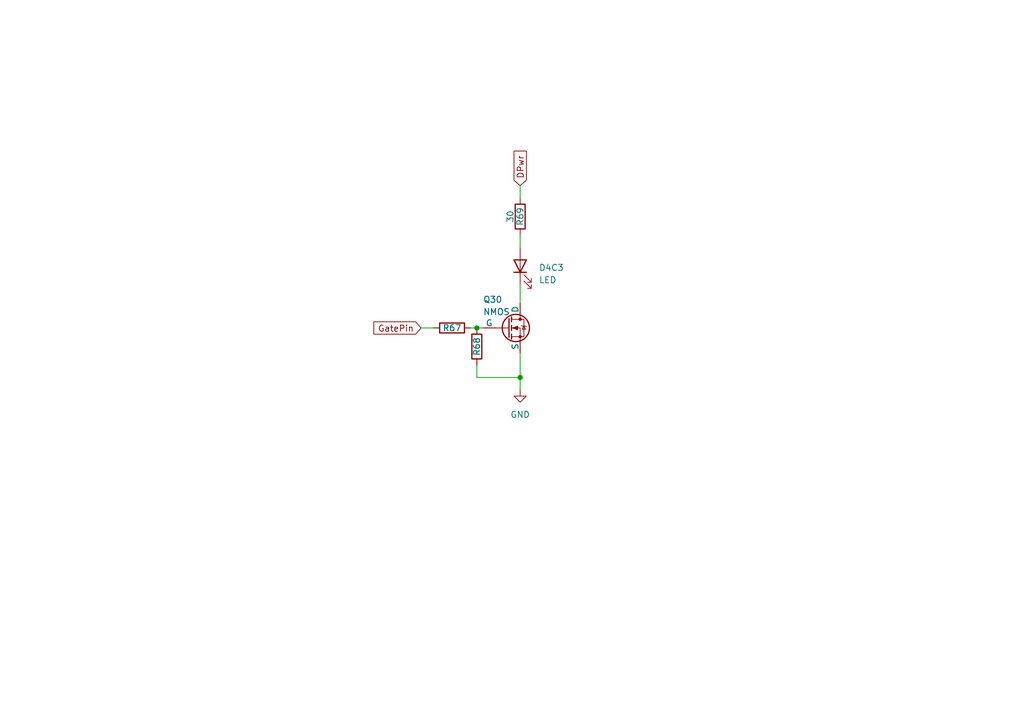
<source format=kicad_sch>
(kicad_sch
	(version 20231120)
	(generator "eeschema")
	(generator_version "8.0")
	(uuid "882c5cf3-c3bf-4cae-90e9-13da768298cf")
	(paper "A5")
	(lib_symbols
		(symbol "Device:LED"
			(pin_numbers hide)
			(pin_names
				(offset 1.016) hide)
			(exclude_from_sim no)
			(in_bom yes)
			(on_board yes)
			(property "Reference" "D"
				(at 0 2.54 0)
				(effects
					(font
						(size 1.27 1.27)
					)
				)
			)
			(property "Value" "LED"
				(at 0 -2.54 0)
				(effects
					(font
						(size 1.27 1.27)
					)
				)
			)
			(property "Footprint" ""
				(at 0 0 0)
				(effects
					(font
						(size 1.27 1.27)
					)
					(hide yes)
				)
			)
			(property "Datasheet" "~"
				(at 0 0 0)
				(effects
					(font
						(size 1.27 1.27)
					)
					(hide yes)
				)
			)
			(property "Description" "Light emitting diode"
				(at 0 0 0)
				(effects
					(font
						(size 1.27 1.27)
					)
					(hide yes)
				)
			)
			(property "ki_keywords" "LED diode"
				(at 0 0 0)
				(effects
					(font
						(size 1.27 1.27)
					)
					(hide yes)
				)
			)
			(property "ki_fp_filters" "LED* LED_SMD:* LED_THT:*"
				(at 0 0 0)
				(effects
					(font
						(size 1.27 1.27)
					)
					(hide yes)
				)
			)
			(symbol "LED_0_1"
				(polyline
					(pts
						(xy -1.27 -1.27) (xy -1.27 1.27)
					)
					(stroke
						(width 0.254)
						(type default)
					)
					(fill
						(type none)
					)
				)
				(polyline
					(pts
						(xy -1.27 0) (xy 1.27 0)
					)
					(stroke
						(width 0)
						(type default)
					)
					(fill
						(type none)
					)
				)
				(polyline
					(pts
						(xy 1.27 -1.27) (xy 1.27 1.27) (xy -1.27 0) (xy 1.27 -1.27)
					)
					(stroke
						(width 0.254)
						(type default)
					)
					(fill
						(type none)
					)
				)
				(polyline
					(pts
						(xy -3.048 -0.762) (xy -4.572 -2.286) (xy -3.81 -2.286) (xy -4.572 -2.286) (xy -4.572 -1.524)
					)
					(stroke
						(width 0)
						(type default)
					)
					(fill
						(type none)
					)
				)
				(polyline
					(pts
						(xy -1.778 -0.762) (xy -3.302 -2.286) (xy -2.54 -2.286) (xy -3.302 -2.286) (xy -3.302 -1.524)
					)
					(stroke
						(width 0)
						(type default)
					)
					(fill
						(type none)
					)
				)
			)
			(symbol "LED_1_1"
				(pin passive line
					(at -3.81 0 0)
					(length 2.54)
					(name "K"
						(effects
							(font
								(size 1.27 1.27)
							)
						)
					)
					(number "1"
						(effects
							(font
								(size 1.27 1.27)
							)
						)
					)
				)
				(pin passive line
					(at 3.81 0 180)
					(length 2.54)
					(name "A"
						(effects
							(font
								(size 1.27 1.27)
							)
						)
					)
					(number "2"
						(effects
							(font
								(size 1.27 1.27)
							)
						)
					)
				)
			)
		)
		(symbol "Device:R"
			(pin_numbers hide)
			(pin_names
				(offset 0)
			)
			(exclude_from_sim no)
			(in_bom yes)
			(on_board yes)
			(property "Reference" "R"
				(at 2.032 0 90)
				(effects
					(font
						(size 1.27 1.27)
					)
				)
			)
			(property "Value" "R"
				(at 0 0 90)
				(effects
					(font
						(size 1.27 1.27)
					)
				)
			)
			(property "Footprint" ""
				(at -1.778 0 90)
				(effects
					(font
						(size 1.27 1.27)
					)
					(hide yes)
				)
			)
			(property "Datasheet" "~"
				(at 0 0 0)
				(effects
					(font
						(size 1.27 1.27)
					)
					(hide yes)
				)
			)
			(property "Description" "Resistor"
				(at 0 0 0)
				(effects
					(font
						(size 1.27 1.27)
					)
					(hide yes)
				)
			)
			(property "ki_keywords" "R res resistor"
				(at 0 0 0)
				(effects
					(font
						(size 1.27 1.27)
					)
					(hide yes)
				)
			)
			(property "ki_fp_filters" "R_*"
				(at 0 0 0)
				(effects
					(font
						(size 1.27 1.27)
					)
					(hide yes)
				)
			)
			(symbol "R_0_1"
				(rectangle
					(start -1.016 -2.54)
					(end 1.016 2.54)
					(stroke
						(width 0.254)
						(type default)
					)
					(fill
						(type none)
					)
				)
			)
			(symbol "R_1_1"
				(pin passive line
					(at 0 3.81 270)
					(length 1.27)
					(name "~"
						(effects
							(font
								(size 1.27 1.27)
							)
						)
					)
					(number "1"
						(effects
							(font
								(size 1.27 1.27)
							)
						)
					)
				)
				(pin passive line
					(at 0 -3.81 90)
					(length 1.27)
					(name "~"
						(effects
							(font
								(size 1.27 1.27)
							)
						)
					)
					(number "2"
						(effects
							(font
								(size 1.27 1.27)
							)
						)
					)
				)
			)
		)
		(symbol "Simulation_SPICE:NMOS"
			(pin_numbers hide)
			(pin_names
				(offset 0)
			)
			(exclude_from_sim no)
			(in_bom yes)
			(on_board yes)
			(property "Reference" "Q"
				(at 5.08 1.27 0)
				(effects
					(font
						(size 1.27 1.27)
					)
					(justify left)
				)
			)
			(property "Value" "NMOS"
				(at 5.08 -1.27 0)
				(effects
					(font
						(size 1.27 1.27)
					)
					(justify left)
				)
			)
			(property "Footprint" ""
				(at 5.08 2.54 0)
				(effects
					(font
						(size 1.27 1.27)
					)
					(hide yes)
				)
			)
			(property "Datasheet" "https://ngspice.sourceforge.io/docs/ngspice-html-manual/manual.xhtml#cha_MOSFETs"
				(at 0 -12.7 0)
				(effects
					(font
						(size 1.27 1.27)
					)
					(hide yes)
				)
			)
			(property "Description" "N-MOSFET transistor, drain/source/gate"
				(at 0 0 0)
				(effects
					(font
						(size 1.27 1.27)
					)
					(hide yes)
				)
			)
			(property "Sim.Device" "NMOS"
				(at 0 -17.145 0)
				(effects
					(font
						(size 1.27 1.27)
					)
					(hide yes)
				)
			)
			(property "Sim.Type" "VDMOS"
				(at 0 -19.05 0)
				(effects
					(font
						(size 1.27 1.27)
					)
					(hide yes)
				)
			)
			(property "Sim.Pins" "1=D 2=G 3=S"
				(at 0 -15.24 0)
				(effects
					(font
						(size 1.27 1.27)
					)
					(hide yes)
				)
			)
			(property "ki_keywords" "transistor NMOS N-MOS N-MOSFET simulation"
				(at 0 0 0)
				(effects
					(font
						(size 1.27 1.27)
					)
					(hide yes)
				)
			)
			(symbol "NMOS_0_1"
				(polyline
					(pts
						(xy 0.254 0) (xy -2.54 0)
					)
					(stroke
						(width 0)
						(type default)
					)
					(fill
						(type none)
					)
				)
				(polyline
					(pts
						(xy 0.254 1.905) (xy 0.254 -1.905)
					)
					(stroke
						(width 0.254)
						(type default)
					)
					(fill
						(type none)
					)
				)
				(polyline
					(pts
						(xy 0.762 -1.27) (xy 0.762 -2.286)
					)
					(stroke
						(width 0.254)
						(type default)
					)
					(fill
						(type none)
					)
				)
				(polyline
					(pts
						(xy 0.762 0.508) (xy 0.762 -0.508)
					)
					(stroke
						(width 0.254)
						(type default)
					)
					(fill
						(type none)
					)
				)
				(polyline
					(pts
						(xy 0.762 2.286) (xy 0.762 1.27)
					)
					(stroke
						(width 0.254)
						(type default)
					)
					(fill
						(type none)
					)
				)
				(polyline
					(pts
						(xy 2.54 2.54) (xy 2.54 1.778)
					)
					(stroke
						(width 0)
						(type default)
					)
					(fill
						(type none)
					)
				)
				(polyline
					(pts
						(xy 2.54 -2.54) (xy 2.54 0) (xy 0.762 0)
					)
					(stroke
						(width 0)
						(type default)
					)
					(fill
						(type none)
					)
				)
				(polyline
					(pts
						(xy 0.762 -1.778) (xy 3.302 -1.778) (xy 3.302 1.778) (xy 0.762 1.778)
					)
					(stroke
						(width 0)
						(type default)
					)
					(fill
						(type none)
					)
				)
				(polyline
					(pts
						(xy 1.016 0) (xy 2.032 0.381) (xy 2.032 -0.381) (xy 1.016 0)
					)
					(stroke
						(width 0)
						(type default)
					)
					(fill
						(type outline)
					)
				)
				(polyline
					(pts
						(xy 2.794 0.508) (xy 2.921 0.381) (xy 3.683 0.381) (xy 3.81 0.254)
					)
					(stroke
						(width 0)
						(type default)
					)
					(fill
						(type none)
					)
				)
				(polyline
					(pts
						(xy 3.302 0.381) (xy 2.921 -0.254) (xy 3.683 -0.254) (xy 3.302 0.381)
					)
					(stroke
						(width 0)
						(type default)
					)
					(fill
						(type none)
					)
				)
				(circle
					(center 1.651 0)
					(radius 2.794)
					(stroke
						(width 0.254)
						(type default)
					)
					(fill
						(type none)
					)
				)
				(circle
					(center 2.54 -1.778)
					(radius 0.254)
					(stroke
						(width 0)
						(type default)
					)
					(fill
						(type outline)
					)
				)
				(circle
					(center 2.54 1.778)
					(radius 0.254)
					(stroke
						(width 0)
						(type default)
					)
					(fill
						(type outline)
					)
				)
			)
			(symbol "NMOS_1_1"
				(pin passive line
					(at 2.54 5.08 270)
					(length 2.54)
					(name "D"
						(effects
							(font
								(size 1.27 1.27)
							)
						)
					)
					(number "1"
						(effects
							(font
								(size 1.27 1.27)
							)
						)
					)
				)
				(pin input line
					(at -5.08 0 0)
					(length 2.54)
					(name "G"
						(effects
							(font
								(size 1.27 1.27)
							)
						)
					)
					(number "2"
						(effects
							(font
								(size 1.27 1.27)
							)
						)
					)
				)
				(pin passive line
					(at 2.54 -5.08 90)
					(length 2.54)
					(name "S"
						(effects
							(font
								(size 1.27 1.27)
							)
						)
					)
					(number "3"
						(effects
							(font
								(size 1.27 1.27)
							)
						)
					)
				)
			)
		)
		(symbol "power:GND"
			(power)
			(pin_numbers hide)
			(pin_names
				(offset 0) hide)
			(exclude_from_sim no)
			(in_bom yes)
			(on_board yes)
			(property "Reference" "#PWR"
				(at 0 -6.35 0)
				(effects
					(font
						(size 1.27 1.27)
					)
					(hide yes)
				)
			)
			(property "Value" "GND"
				(at 0 -3.81 0)
				(effects
					(font
						(size 1.27 1.27)
					)
				)
			)
			(property "Footprint" ""
				(at 0 0 0)
				(effects
					(font
						(size 1.27 1.27)
					)
					(hide yes)
				)
			)
			(property "Datasheet" ""
				(at 0 0 0)
				(effects
					(font
						(size 1.27 1.27)
					)
					(hide yes)
				)
			)
			(property "Description" "Power symbol creates a global label with name \"GND\" , ground"
				(at 0 0 0)
				(effects
					(font
						(size 1.27 1.27)
					)
					(hide yes)
				)
			)
			(property "ki_keywords" "global power"
				(at 0 0 0)
				(effects
					(font
						(size 1.27 1.27)
					)
					(hide yes)
				)
			)
			(symbol "GND_0_1"
				(polyline
					(pts
						(xy 0 0) (xy 0 -1.27) (xy 1.27 -1.27) (xy 0 -2.54) (xy -1.27 -1.27) (xy 0 -1.27)
					)
					(stroke
						(width 0)
						(type default)
					)
					(fill
						(type none)
					)
				)
			)
			(symbol "GND_1_1"
				(pin power_in line
					(at 0 0 270)
					(length 0)
					(name "~"
						(effects
							(font
								(size 1.27 1.27)
							)
						)
					)
					(number "1"
						(effects
							(font
								(size 1.27 1.27)
							)
						)
					)
				)
			)
		)
	)
	(junction
		(at 106.68 77.47)
		(diameter 0)
		(color 0 0 0 0)
		(uuid "994212a1-3351-4f30-8a9f-a743032a3691")
	)
	(junction
		(at 97.79 67.31)
		(diameter 0)
		(color 0 0 0 0)
		(uuid "abf5768d-aa9f-4e79-ba8b-986bf46fddf1")
	)
	(wire
		(pts
			(xy 106.68 58.42) (xy 106.68 62.23)
		)
		(stroke
			(width 0)
			(type default)
		)
		(uuid "023d42cc-564b-4112-b743-6f894528cd83")
	)
	(wire
		(pts
			(xy 106.68 77.47) (xy 106.68 80.01)
		)
		(stroke
			(width 0)
			(type default)
		)
		(uuid "039398b7-ba88-47ee-9323-7ffed47eee64")
	)
	(wire
		(pts
			(xy 97.79 74.93) (xy 97.79 77.47)
		)
		(stroke
			(width 0)
			(type default)
		)
		(uuid "0eee3c14-1dbf-4cac-af4b-7f5c75366383")
	)
	(wire
		(pts
			(xy 106.68 48.26) (xy 106.68 50.8)
		)
		(stroke
			(width 0)
			(type default)
		)
		(uuid "561f4857-8145-4643-9497-d163f3203357")
	)
	(wire
		(pts
			(xy 86.36 67.31) (xy 88.9 67.31)
		)
		(stroke
			(width 0)
			(type default)
		)
		(uuid "56c87183-3d83-443c-9146-b202cac77948")
	)
	(wire
		(pts
			(xy 97.79 67.31) (xy 99.06 67.31)
		)
		(stroke
			(width 0)
			(type default)
		)
		(uuid "7fa30e26-5c93-4b7f-8bff-67b15e02520b")
	)
	(wire
		(pts
			(xy 106.68 38.1) (xy 106.68 40.64)
		)
		(stroke
			(width 0)
			(type default)
		)
		(uuid "8b12997a-d26f-4c14-849a-413e9b526e11")
	)
	(wire
		(pts
			(xy 96.52 67.31) (xy 97.79 67.31)
		)
		(stroke
			(width 0)
			(type default)
		)
		(uuid "9999d6be-c1e3-4640-935b-82e5a3b37981")
	)
	(wire
		(pts
			(xy 97.79 77.47) (xy 106.68 77.47)
		)
		(stroke
			(width 0)
			(type default)
		)
		(uuid "b43c2c52-bda7-4866-aee6-0d46495d0bec")
	)
	(wire
		(pts
			(xy 106.68 72.39) (xy 106.68 77.47)
		)
		(stroke
			(width 0)
			(type default)
		)
		(uuid "ec7ee775-175f-45ec-aeb4-f6b00fdfb514")
	)
	(global_label "DPwr"
		(shape input)
		(at 106.68 38.1 90)
		(fields_autoplaced yes)
		(effects
			(font
				(size 1.27 1.27)
			)
			(justify left)
		)
		(uuid "291565af-3abb-4469-aff4-1233a676db56")
		(property "Intersheetrefs" "${INTERSHEET_REFS}"
			(at 106.68 30.4581 90)
			(effects
				(font
					(size 1.27 1.27)
				)
				(justify left)
				(hide yes)
			)
		)
	)
	(global_label "GatePin"
		(shape input)
		(at 86.36 67.31 180)
		(fields_autoplaced yes)
		(effects
			(font
				(size 1.27 1.27)
			)
			(justify right)
		)
		(uuid "d91d6f64-9a67-477b-8608-ea31caffa5dd")
		(property "Intersheetrefs" "${INTERSHEET_REFS}"
			(at 76.1177 67.31 0)
			(effects
				(font
					(size 1.27 1.27)
				)
				(justify right)
				(hide yes)
			)
		)
	)
	(symbol
		(lib_id "Simulation_SPICE:NMOS")
		(at 104.14 67.31 0)
		(unit 1)
		(exclude_from_sim no)
		(in_bom yes)
		(on_board yes)
		(dnp no)
		(uuid "0f5ce304-fec3-47b5-8a19-35ae70ec6d4e")
		(property "Reference" "Q1"
			(at 99.06 61.468 0)
			(effects
				(font
					(size 1.27 1.27)
				)
				(justify left)
			)
		)
		(property "Value" "NMOS"
			(at 99.06 64.008 0)
			(effects
				(font
					(size 1.27 1.27)
				)
				(justify left)
			)
		)
		(property "Footprint" "easyeda2kicad:SOT-23-3_L2.9-W1.3-P1.90-LS2.4-BR"
			(at 109.22 64.77 0)
			(effects
				(font
					(size 1.27 1.27)
				)
				(hide yes)
			)
		)
		(property "Datasheet" "https://ngspice.sourceforge.io/docs/ngspice-html-manual/manual.xhtml#cha_MOSFETs"
			(at 104.14 80.01 0)
			(effects
				(font
					(size 1.27 1.27)
				)
				(hide yes)
			)
		)
		(property "Description" "N-MOSFET transistor, drain/source/gate"
			(at 104.14 67.31 0)
			(effects
				(font
					(size 1.27 1.27)
				)
				(hide yes)
			)
		)
		(property "Sim.Device" "NMOS"
			(at 104.14 84.455 0)
			(effects
				(font
					(size 1.27 1.27)
				)
				(hide yes)
			)
		)
		(property "Sim.Type" "VDMOS"
			(at 104.14 86.36 0)
			(effects
				(font
					(size 1.27 1.27)
				)
				(hide yes)
			)
		)
		(property "Sim.Pins" "1=D 2=G 3=S"
			(at 104.14 82.55 0)
			(effects
				(font
					(size 1.27 1.27)
				)
				(hide yes)
			)
		)
		(pin "2"
			(uuid "e6fbf4d1-8123-44c8-bf3c-ee1fefacb2c6")
		)
		(pin "1"
			(uuid "8faf2973-3ba3-4f9c-94c6-ddf43b50a258")
		)
		(pin "3"
			(uuid "1c4f417f-3038-429e-85ea-be24e09f18aa")
		)
		(instances
			(project "DIY Clock"
				(path "/cdebce48-4f2c-455e-a71b-a149fc1079c3/343b158e-08d2-4c3e-86a5-b884e5460ffd"
					(reference "Q30")
					(unit 1)
				)
				(path "/cdebce48-4f2c-455e-a71b-a149fc1079c3/47f5d57f-04a2-492e-b8e3-70d047eb27df"
					(reference "Q1")
					(unit 1)
				)
			)
		)
	)
	(symbol
		(lib_id "power:GND")
		(at 106.68 80.01 0)
		(unit 1)
		(exclude_from_sim no)
		(in_bom yes)
		(on_board yes)
		(dnp no)
		(fields_autoplaced yes)
		(uuid "43c0d922-8784-44d7-aa86-e807cddc589f")
		(property "Reference" "#PWR049"
			(at 106.68 86.36 0)
			(effects
				(font
					(size 1.27 1.27)
				)
				(hide yes)
			)
		)
		(property "Value" "GND"
			(at 106.68 85.09 0)
			(effects
				(font
					(size 1.27 1.27)
				)
			)
		)
		(property "Footprint" ""
			(at 106.68 80.01 0)
			(effects
				(font
					(size 1.27 1.27)
				)
				(hide yes)
			)
		)
		(property "Datasheet" ""
			(at 106.68 80.01 0)
			(effects
				(font
					(size 1.27 1.27)
				)
				(hide yes)
			)
		)
		(property "Description" "Power symbol creates a global label with name \"GND\" , ground"
			(at 106.68 80.01 0)
			(effects
				(font
					(size 1.27 1.27)
				)
				(hide yes)
			)
		)
		(pin "1"
			(uuid "f7824964-a681-4d5c-86f1-66a5e336ced1")
		)
		(instances
			(project "DIY Clock"
				(path "/cdebce48-4f2c-455e-a71b-a149fc1079c3/343b158e-08d2-4c3e-86a5-b884e5460ffd"
					(reference "#PWR050")
					(unit 1)
				)
				(path "/cdebce48-4f2c-455e-a71b-a149fc1079c3/47f5d57f-04a2-492e-b8e3-70d047eb27df"
					(reference "#PWR049")
					(unit 1)
				)
			)
		)
	)
	(symbol
		(lib_id "Device:R")
		(at 92.71 67.31 270)
		(unit 1)
		(exclude_from_sim no)
		(in_bom yes)
		(on_board yes)
		(dnp no)
		(uuid "44709081-b802-489e-b3de-6639906f45c5")
		(property "Reference" "R2"
			(at 92.71 67.31 90)
			(effects
				(font
					(size 1.27 1.27)
				)
			)
		)
		(property "Value" "R"
			(at 92.71 69.342 90)
			(effects
				(font
					(size 1.27 1.27)
				)
				(hide yes)
			)
		)
		(property "Footprint" "Resistor_SMD:R_0805_2012Metric_Pad1.20x1.40mm_HandSolder"
			(at 92.71 65.532 90)
			(effects
				(font
					(size 1.27 1.27)
				)
				(hide yes)
			)
		)
		(property "Datasheet" "~"
			(at 92.71 67.31 0)
			(effects
				(font
					(size 1.27 1.27)
				)
				(hide yes)
			)
		)
		(property "Description" "Resistor"
			(at 92.71 67.31 0)
			(effects
				(font
					(size 1.27 1.27)
				)
				(hide yes)
			)
		)
		(pin "1"
			(uuid "9d8afb5e-c6a5-417a-8059-aa9be8e2e7be")
		)
		(pin "2"
			(uuid "fb7ff32e-1f06-4416-9ba0-e682609f7347")
		)
		(instances
			(project "DIY Clock"
				(path "/cdebce48-4f2c-455e-a71b-a149fc1079c3/343b158e-08d2-4c3e-86a5-b884e5460ffd"
					(reference "R67")
					(unit 1)
				)
				(path "/cdebce48-4f2c-455e-a71b-a149fc1079c3/47f5d57f-04a2-492e-b8e3-70d047eb27df"
					(reference "R2")
					(unit 1)
				)
			)
		)
	)
	(symbol
		(lib_id "Device:R")
		(at 106.68 44.45 180)
		(unit 1)
		(exclude_from_sim no)
		(in_bom yes)
		(on_board yes)
		(dnp no)
		(uuid "47fedc92-15a3-459b-b994-01229a7cd7ec")
		(property "Reference" "R1"
			(at 106.68 44.45 90)
			(effects
				(font
					(size 1.27 1.27)
				)
			)
		)
		(property "Value" "30"
			(at 104.648 44.45 90)
			(effects
				(font
					(size 1.27 1.27)
				)
			)
		)
		(property "Footprint" "Resistor_SMD:R_0805_2012Metric_Pad1.20x1.40mm_HandSolder"
			(at 108.458 44.45 90)
			(effects
				(font
					(size 1.27 1.27)
				)
				(hide yes)
			)
		)
		(property "Datasheet" "~"
			(at 106.68 44.45 0)
			(effects
				(font
					(size 1.27 1.27)
				)
				(hide yes)
			)
		)
		(property "Description" "Resistor"
			(at 106.68 44.45 0)
			(effects
				(font
					(size 1.27 1.27)
				)
				(hide yes)
			)
		)
		(pin "1"
			(uuid "74223d41-1e1b-4372-a66c-4c8e6014f05c")
		)
		(pin "2"
			(uuid "b29e0827-84cc-478e-b039-50806735e34d")
		)
		(instances
			(project "DIY Clock"
				(path "/cdebce48-4f2c-455e-a71b-a149fc1079c3/343b158e-08d2-4c3e-86a5-b884e5460ffd"
					(reference "R69")
					(unit 1)
				)
				(path "/cdebce48-4f2c-455e-a71b-a149fc1079c3/47f5d57f-04a2-492e-b8e3-70d047eb27df"
					(reference "R1")
					(unit 1)
				)
			)
		)
	)
	(symbol
		(lib_id "Device:LED")
		(at 106.68 54.61 90)
		(unit 1)
		(exclude_from_sim no)
		(in_bom yes)
		(on_board yes)
		(dnp no)
		(fields_autoplaced yes)
		(uuid "b2655fff-103f-42bd-8d68-490d0808f5dd")
		(property "Reference" "D4C2"
			(at 110.49 54.9274 90)
			(effects
				(font
					(size 1.27 1.27)
				)
				(justify right)
			)
		)
		(property "Value" "LED"
			(at 110.49 57.4674 90)
			(effects
				(font
					(size 1.27 1.27)
				)
				(justify right)
			)
		)
		(property "Footprint" "Connector_PinHeader_2.54mm:PinHeader_1x01_P2.54mm_Vertical"
			(at 106.68 54.61 0)
			(effects
				(font
					(size 1.27 1.27)
				)
				(hide yes)
			)
		)
		(property "Datasheet" "~"
			(at 106.68 54.61 0)
			(effects
				(font
					(size 1.27 1.27)
				)
				(hide yes)
			)
		)
		(property "Description" "Light emitting diode"
			(at 106.68 54.61 0)
			(effects
				(font
					(size 1.27 1.27)
				)
				(hide yes)
			)
		)
		(pin "1"
			(uuid "7f129bdc-34eb-4c13-b0ae-1ebe858e6cb3")
		)
		(pin "2"
			(uuid "9ee72bdb-0d01-46ea-b652-87be927bef11")
		)
		(instances
			(project "DIY Clock"
				(path "/cdebce48-4f2c-455e-a71b-a149fc1079c3/343b158e-08d2-4c3e-86a5-b884e5460ffd"
					(reference "D4C3")
					(unit 1)
				)
				(path "/cdebce48-4f2c-455e-a71b-a149fc1079c3/47f5d57f-04a2-492e-b8e3-70d047eb27df"
					(reference "D4C2")
					(unit 1)
				)
			)
		)
	)
	(symbol
		(lib_id "Device:R")
		(at 97.79 71.12 0)
		(unit 1)
		(exclude_from_sim no)
		(in_bom yes)
		(on_board yes)
		(dnp no)
		(uuid "e8e98b56-ff5a-4874-acba-c017e3ce49c2")
		(property "Reference" "R3"
			(at 97.79 71.12 90)
			(effects
				(font
					(size 1.27 1.27)
				)
			)
		)
		(property "Value" "R"
			(at 99.822 71.12 90)
			(effects
				(font
					(size 1.27 1.27)
				)
				(hide yes)
			)
		)
		(property "Footprint" "Resistor_SMD:R_0805_2012Metric_Pad1.20x1.40mm_HandSolder"
			(at 96.012 71.12 90)
			(effects
				(font
					(size 1.27 1.27)
				)
				(hide yes)
			)
		)
		(property "Datasheet" "~"
			(at 97.79 71.12 0)
			(effects
				(font
					(size 1.27 1.27)
				)
				(hide yes)
			)
		)
		(property "Description" "Resistor"
			(at 97.79 71.12 0)
			(effects
				(font
					(size 1.27 1.27)
				)
				(hide yes)
			)
		)
		(pin "1"
			(uuid "6cea74a6-e11b-406a-92b6-3968e626d28b")
		)
		(pin "2"
			(uuid "42b6db89-c400-417a-874d-faf8ae326c60")
		)
		(instances
			(project "DIY Clock"
				(path "/cdebce48-4f2c-455e-a71b-a149fc1079c3/343b158e-08d2-4c3e-86a5-b884e5460ffd"
					(reference "R68")
					(unit 1)
				)
				(path "/cdebce48-4f2c-455e-a71b-a149fc1079c3/47f5d57f-04a2-492e-b8e3-70d047eb27df"
					(reference "R3")
					(unit 1)
				)
			)
		)
	)
)

</source>
